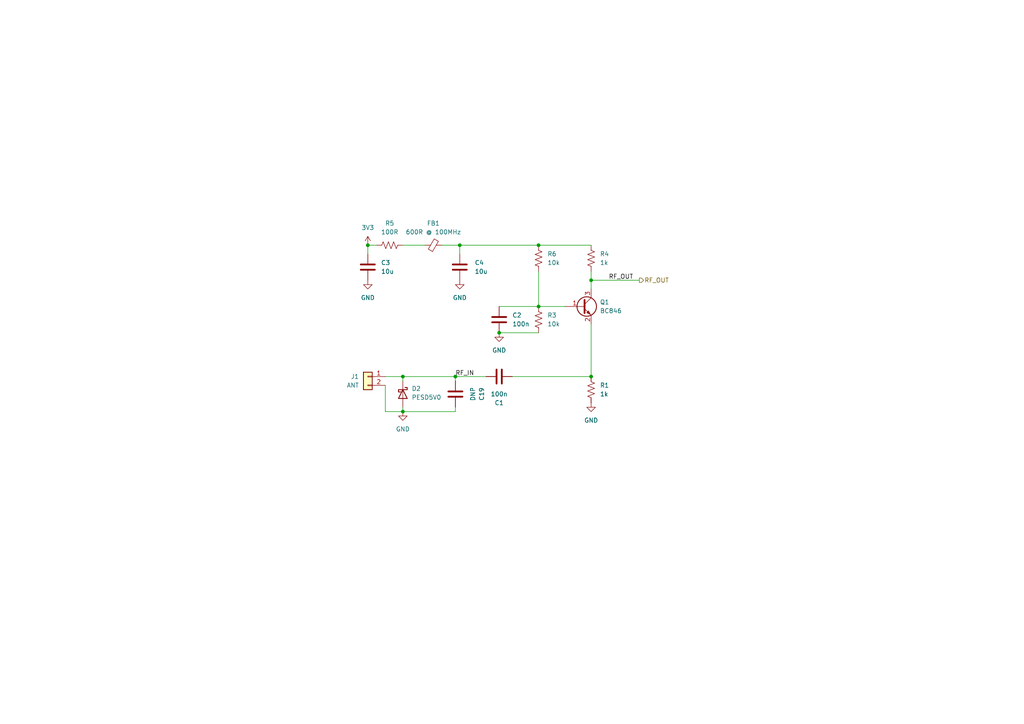
<source format=kicad_sch>
(kicad_sch (version 20231120) (generator "eeschema") (generator_version "8.0")
  (paper "A4")
  (lib_symbols
    (symbol "Connector_Generic:Conn_01x02" (pin_names (offset 1.016) hide)
      (property "Reference" "J" (at 0 2.54 0))
      (property "Value" "Conn_01x02" (at 0 -5.08 0))
      (symbol "Conn_01x02_1_1"
        (rectangle (start -1.27 -2.413) (end 0 -2.667) (stroke (width 0.1524)))
        (rectangle (start -1.27 0.127) (end 0 -0.127) (stroke (width 0.1524)))
        (rectangle (start -1.27 1.27) (end 1.27 -3.81) (stroke (width 0.254)) (fill (type background)))
        (pin passive line (at -5.08 0 0) (length 3.81) (name "Pin_1") (number "1"))
        (pin passive line (at -5.08 -2.54 0) (length 3.81) (name "Pin_2") (number "2"))
      )
    )
    (symbol "Device:C" (pin_numbers hide) (pin_names (offset 0.254))
      (property "Reference" "C" (at 0.635 2.54 0))
      (property "Value" "C" (at 0.635 -2.54 0))
      (symbol "C_0_1"
        (polyline (pts (xy -2.032 -0.762) (xy 2.032 -0.762)) (stroke (width 0.508)))
        (polyline (pts (xy -2.032 0.762) (xy 2.032 0.762)) (stroke (width 0.508)))
      )
      (symbol "C_1_1"
        (pin passive line (at 0 3.81 270) (length 2.794) (name "~") (number "1"))
        (pin passive line (at 0 -3.81 90) (length 2.794) (name "~") (number "2"))
      )
    )
    (symbol "Device:FerriteBead_Small" (pin_numbers hide) (pin_names (offset 0))
      (property "Reference" "FB" (at 1.905 1.27 0))
      (property "Value" "FerriteBead_Small" (at 1.905 -1.27 0))
      (symbol "FerriteBead_Small_0_1"
        (polyline (pts (xy 0 -1.27) (xy 0 -0.7874)))
        (polyline (pts (xy 0 0.889) (xy 0 1.2954)))
        (polyline (pts (xy -1.8288 0.2794) (xy -1.1176 1.4986) (xy 1.8288 -0.2032) (xy 1.1176 -1.4224) (xy -1.8288 0.2794)))
      )
      (symbol "FerriteBead_Small_1_1"
        (pin passive line (at 0 2.54 270) (length 1.27) (name "~") (number "1"))
        (pin passive line (at 0 -2.54 90) (length 1.27) (name "~") (number "2"))
      )
    )
    (symbol "Device:R_US" (pin_numbers hide) (pin_names (offset 0))
      (property "Reference" "R" (at 2.54 0 90))
      (property "Value" "R_US" (at -2.54 0 90))
      (symbol "R_US_0_1"
        (polyline (pts (xy 0 -2.286) (xy 0 -2.54)))
        (polyline (pts (xy 0 2.286) (xy 0 2.54)))
        (polyline (pts (xy 0 -0.762) (xy 1.016 -1.143) (xy 0 -1.524) (xy -1.016 -1.905) (xy 0 -2.286)))
        (polyline (pts (xy 0 0.762) (xy 1.016 0.381) (xy 0 0) (xy -1.016 -0.381) (xy 0 -0.762)))
        (polyline (pts (xy 0 2.286) (xy 1.016 1.905) (xy 0 1.524) (xy -1.016 1.143) (xy 0 0.762)))
      )
      (symbol "R_US_1_1"
        (pin passive line (at 0 3.81 270) (length 1.27) (name "~") (number "1"))
        (pin passive line (at 0 -3.81 90) (length 1.27) (name "~") (number "2"))
      )
    )
    (symbol "Diode:BAT54J" (pin_numbers hide) (pin_names (offset 1.016) hide)
      (property "Reference" "D" (at 0 2.54 0))
      (property "Value" "BAT54J" (at 0 -2.54 0))
      (symbol "BAT54J_0_1"
        (polyline (pts (xy 1.27 0) (xy -1.27 0)))
        (polyline (pts (xy 1.27 1.27) (xy 1.27 -1.27) (xy -1.27 0) (xy 1.27 1.27)) (stroke (width 0.254)))
        (polyline (pts (xy -1.905 0.635) (xy -1.905 1.27) (xy -1.27 1.27) (xy -1.27 -1.27) (xy -0.635 -1.27) (xy -0.635 -0.635)) (stroke (width 0.254)))
      )
      (symbol "BAT54J_1_1"
        (pin passive line (at -3.81 0 0) (length 2.54) (name "K") (number "1"))
        (pin passive line (at 3.81 0 180) (length 2.54) (name "A") (number "2"))
      )
    )
    (symbol "Transistor_BJT:BC846" (pin_names (offset 0) hide)
      (property "Reference" "Q" (at 5.08 1.905 0))
      (property "Value" "BC846" (at 5.08 0 0))
      (symbol "BC846_0_1"
        (polyline (pts (xy 0.635 0.635) (xy 2.54 2.54)))
        (polyline (pts (xy 0.635 -0.635) (xy 2.54 -2.54) (xy 2.54 -2.54)))
        (polyline (pts (xy 0.635 1.905) (xy 0.635 -1.905) (xy 0.635 -1.905)) (stroke (width 0.508)))
        (polyline (pts (xy 1.27 -1.778) (xy 1.778 -1.27) (xy 2.286 -2.286) (xy 1.27 -1.778) (xy 1.27 -1.778)) (fill (type outline)))
        (circle (center 1.27 0) (radius 2.8194) (stroke (width 0.254)))
      )
      (symbol "BC846_1_1"
        (pin input line (at -5.08 0 0) (length 5.715) (name "B") (number "1"))
        (pin passive line (at 2.54 -5.08 90) (length 2.54) (name "E") (number "2"))
        (pin passive line (at 2.54 5.08 270) (length 2.54) (name "C") (number "3"))
      )
    )
    (symbol "power:GND" (power) (pin_numbers hide) (pin_names (offset 0) hide)
      (property "Value" "GND" (at 0 -3.81 0))
      (symbol "GND_0_1"
        (polyline (pts (xy 0 0) (xy 0 -1.27) (xy 1.27 -1.27) (xy 0 -2.54) (xy -1.27 -1.27) (xy 0 -1.27)))
      )
      (symbol "GND_1_1"
        (pin power_in line (at 0 0 270) (length 0) (name "~") (number "1"))
      )
    )
    (symbol "power:VCC" (power) (pin_numbers hide) (pin_names (offset 0) hide)
      (property "Value" "VCC" (at 0 3.556 0))
      (symbol "VCC_0_1"
        (polyline (pts (xy -0.762 1.27) (xy 0 2.54)))
        (polyline (pts (xy 0 0) (xy 0 2.54)))
        (polyline (pts (xy 0 2.54) (xy 0.762 1.27)))
      )
      (symbol "VCC_1_1"
        (pin power_in line (at 0 0 90) (length 0) (name "~") (number "1"))
      )
    )
  )
  (junction (at 116.84 109.22))
  (junction (at 171.45 81.28))
  (junction (at 106.68 71.12))
  (junction (at 116.84 119.38))
  (junction (at 171.45 109.22))
  (junction (at 156.21 88.9))
  (junction (at 144.78 96.52))
  (junction (at 156.21 71.12))
  (junction (at 132.08 109.22))
  (junction (at 133.35 71.12))
  (wire (pts (xy 144.78 96.52) (xy 156.21 96.52)))
  (wire (pts (xy 156.21 78.74) (xy 156.21 88.9)))
  (wire (pts (xy 116.84 109.22) (xy 116.84 110.49)))
  (wire (pts (xy 111.76 109.22) (xy 116.84 109.22)))
  (wire (pts (xy 116.84 119.38) (xy 132.08 119.38)))
  (wire (pts (xy 132.08 109.22) (xy 132.08 110.49)))
  (wire (pts (xy 156.21 88.9) (xy 163.83 88.9)))
  (wire (pts (xy 144.78 88.9) (xy 156.21 88.9)))
  (wire (pts (xy 133.35 71.12) (xy 156.21 71.12)))
  (wire (pts (xy 171.45 93.98) (xy 171.45 109.22)))
  (wire (pts (xy 132.08 109.22) (xy 140.97 109.22)))
  (wire (pts (xy 171.45 81.28) (xy 171.45 83.82)))
  (wire (pts (xy 106.68 71.12) (xy 109.22 71.12)))
  (wire (pts (xy 133.35 71.12) (xy 133.35 73.66)))
  (wire (pts (xy 116.84 109.22) (xy 132.08 109.22)))
  (wire (pts (xy 132.08 118.11) (xy 132.08 119.38)))
  (wire (pts (xy 111.76 111.76) (xy 111.76 119.38)))
  (wire (pts (xy 148.59 109.22) (xy 171.45 109.22)))
  (wire (pts (xy 128.27 71.12) (xy 133.35 71.12)))
  (wire (pts (xy 116.84 71.12) (xy 123.19 71.12)))
  (wire (pts (xy 111.76 119.38) (xy 116.84 119.38)))
  (wire (pts (xy 171.45 78.74) (xy 171.45 81.28)))
  (wire (pts (xy 116.84 118.11) (xy 116.84 119.38)))
  (wire (pts (xy 106.68 71.12) (xy 106.68 73.66)))
  (wire (pts (xy 156.21 71.12) (xy 171.45 71.12)))
  (wire (pts (xy 171.45 81.28) (xy 185.42 81.28)))
  (label "RF_OUT" (at 176.53 81.28 0))
  (label "RF_IN" (at 132.08 109.22 0))
  (hierarchical_label "RF_OUT" (shape output) (at 185.42 81.28 0))
  (symbol (lib_id "power:GND") (at 133.35 81.28 0) (unit 1)
    (property "Reference" "#PWR06" (effects (hide yes)))
    (property "Value" "GND" (at 133.35 86.36 0))
    (property "Description" "Power symbol creates a global label with name \"GND\" , ground" (effects (hide yes)))
  )
  (symbol (lib_id "power:GND") (at 171.45 116.84 0) (unit 1)
    (property "Reference" "#PWR01" (effects (hide yes)))
    (property "Value" "GND" (at 171.45 121.92 0))
    (property "Description" "Power symbol creates a global label with name \"GND\" , ground" (effects (hide yes)))
  )
  (symbol (lib_id "Device:R_US") (at 171.45 74.93 0) (unit 1)
    (property "Reference" "R4" (at 173.99 73.6599 0) (effects (justify left)))
    (property "Value" "1k" (at 173.99 76.1999 0) (effects (justify left)))
    (property "Footprint" "Resistor_SMD:R_0603_1608Metric_Pad0.98x0.95mm_HandSolder" (effects (hide yes)))
    (property "Description" "Resistor, US symbol" (effects (hide yes)))
  )
  (symbol (lib_id "Device:C") (at 144.78 92.71 0) (unit 1)
    (property "Reference" "C2" (at 148.59 91.4399 0) (effects (justify left)))
    (property "Value" "100n" (at 148.59 93.9799 0) (effects (justify left)))
    (property "Footprint" "Capacitor_SMD:C_0603_1608Metric_Pad1.08x0.95mm_HandSolder" (effects (hide yes)))
    (property "Description" "Unpolarized capacitor" (effects (hide yes)))
  )
  (symbol (lib_id "Connector_Generic:Conn_01x02") (at 106.68 109.22 0) (mirror y) (unit 1)
    (property "Reference" "J1" (at 104.14 109.2199 0) (effects (justify left)))
    (property "Value" "ANT" (at 104.14 111.7599 0) (effects (justify left)))
    (property "Footprint" "Connector_PinSocket_2.54mm:PinSocket_1x02_P2.54mm_Vertical" (effects (hide yes)))
    (property "Description" "Generic connector, single row, 01x02, script generated (kicad-library-utils/schlib/autogen/connector/)" (effects (hide yes)))
  )
  (symbol (lib_id "power:GND") (at 106.68 81.28 0) (unit 1)
    (property "Reference" "#PWR04" (effects (hide yes)))
    (property "Value" "GND" (at 106.68 86.36 0))
    (property "Description" "Power symbol creates a global label with name \"GND\" , ground" (effects (hide yes)))
  )
  (symbol (lib_id "Device:C") (at 144.78 109.22 90) (mirror x) (unit 1)
    (property "Reference" "C1" (at 144.78 116.84 90))
    (property "Value" "100n" (at 144.78 114.3 90))
    (property "Footprint" "Capacitor_SMD:C_0603_1608Metric_Pad1.08x0.95mm_HandSolder" (effects (hide yes)))
    (property "Description" "Unpolarized capacitor" (effects (hide yes)))
  )
  (symbol (lib_id "Device:FerriteBead_Small") (at 125.73 71.12 90) (unit 1)
    (property "Reference" "FB1" (at 125.6919 64.77 90))
    (property "Value" "600R @ 100MHz" (at 125.6919 67.31 90))
    (property "Footprint" "Inductor_SMD:L_0805_2012Metric_Pad1.05x1.20mm_HandSolder" (effects (hide yes)))
    (property "Description" "Ferrite bead, small symbol" (effects (hide yes)))
  )
  (symbol (lib_id "Transistor_BJT:BC846") (at 168.91 88.9 0) (unit 1)
    (property "Reference" "Q1" (at 173.99 87.6299 0) (effects (justify left)))
    (property "Value" "BC846" (at 173.99 90.1699 0) (effects (justify left)))
    (property "Footprint" "Package_TO_SOT_SMD:SOT-23" (effects (hide yes)))
    (property "Datasheet" "https://assets.nexperia.com/documents/data-sheet/BC846_SER.pdf" (effects (hide yes)))
    (property "Description" "0.1A Ic, 65V Vce, NPN Transistor, SOT-23" (effects (hide yes)))
  )
  (symbol (lib_id "power:GND") (at 144.78 96.52 0) (unit 1)
    (property "Reference" "#PWR05" (effects (hide yes)))
    (property "Value" "GND" (at 144.78 101.6 0))
    (property "Description" "Power symbol creates a global label with name \"GND\" , ground" (effects (hide yes)))
  )
  (symbol (lib_id "Diode:BAT54J") (at 116.84 114.3 270) (unit 1)
    (property "Reference" "D2" (at 119.38 112.7124 90) (effects (justify left)))
    (property "Value" "PESD5V0" (at 119.38 115.2524 90) (effects (justify left)))
    (property "Footprint" "Diode_SMD:D_SOD-323F" (effects (hide yes)))
    (property "Datasheet" "https://assets.nexperia.com/documents/data-sheet/BAT54J.pdf" (effects (hide yes)))
    (property "Description" "30V 200mA Schottky diode, SOD-323F" (effects (hide yes)))
  )
  (symbol (lib_id "Device:R_US") (at 156.21 74.93 0) (unit 1)
    (property "Reference" "R6" (at 158.75 73.6599 0) (effects (justify left)))
    (property "Value" "10k" (at 158.75 76.1999 0) (effects (justify left)))
    (property "Footprint" "Resistor_SMD:R_0603_1608Metric_Pad0.98x0.95mm_HandSolder" (effects (hide yes)))
    (property "Description" "Resistor, US symbol" (effects (hide yes)))
  )
  (symbol (lib_id "power:GND") (at 116.84 119.38 0) (unit 1)
    (property "Reference" "#PWR02" (effects (hide yes)))
    (property "Value" "GND" (at 116.84 124.46 0))
    (property "Description" "Power symbol creates a global label with name \"GND\" , ground" (effects (hide yes)))
  )
  (symbol (lib_id "Device:R_US") (at 156.21 92.71 0) (unit 1)
    (property "Reference" "R3" (at 158.75 91.4399 0) (effects (justify left)))
    (property "Value" "10k" (at 158.75 93.9799 0) (effects (justify left)))
    (property "Footprint" "Resistor_SMD:R_0603_1608Metric_Pad0.98x0.95mm_HandSolder" (effects (hide yes)))
    (property "Description" "Resistor, US symbol" (effects (hide yes)))
  )
  (symbol (lib_id "Device:C") (at 132.08 114.3 0) (mirror x) (unit 1)
    (property "Reference" "C19" (at 139.7 114.3 90))
    (property "Value" "DNP" (at 137.16 114.3 90))
    (property "Footprint" "Capacitor_SMD:C_0603_1608Metric_Pad1.08x0.95mm_HandSolder" (effects (hide yes)))
    (property "Description" "Unpolarized capacitor" (effects (hide yes)))
  )
  (symbol (lib_id "Device:R_US") (at 113.03 71.12 90) (unit 1)
    (property "Reference" "R5" (at 113.03 64.77 90))
    (property "Value" "100R" (at 113.03 67.31 90))
    (property "Footprint" "Resistor_SMD:R_0603_1608Metric_Pad0.98x0.95mm_HandSolder" (effects (hide yes)))
    (property "Description" "Resistor, US symbol" (effects (hide yes)))
  )
  (symbol (lib_id "Device:C") (at 106.68 77.47 0) (unit 1)
    (property "Reference" "C3" (at 110.49 76.1999 0) (effects (justify left)))
    (property "Value" "10u" (at 110.49 78.7399 0) (effects (justify left)))
    (property "Footprint" "Capacitor_SMD:C_0805_2012Metric_Pad1.18x1.45mm_HandSolder" (effects (hide yes)))
    (property "Description" "Unpolarized capacitor" (effects (hide yes)))
  )
  (symbol (lib_id "power:VCC") (at 106.68 71.12 0) (unit 1)
    (property "Reference" "#PWR03" (effects (hide yes)))
    (property "Value" "3V3" (at 106.68 66.04 0))
    (property "Description" "Power symbol creates a global label with name \"VCC\"" (effects (hide yes)))
  )
  (symbol (lib_id "Device:R_US") (at 171.45 113.03 0) (unit 1)
    (property "Reference" "R1" (at 173.99 111.7599 0) (effects (justify left)))
    (property "Value" "1k" (at 173.99 114.2999 0) (effects (justify left)))
    (property "Footprint" "Resistor_SMD:R_0603_1608Metric_Pad0.98x0.95mm_HandSolder" (effects (hide yes)))
    (property "Description" "Resistor, US symbol" (effects (hide yes)))
  )
  (symbol (lib_id "Device:C") (at 133.35 77.47 0) (unit 1)
    (property "Reference" "C4" (at 137.668 76.2 0) (effects (justify left)))
    (property "Value" "10u" (at 137.668 78.74 0) (effects (justify left)))
    (property "Footprint" "Capacitor_SMD:C_0805_2012Metric_Pad1.18x1.45mm_HandSolder" (effects (hide yes)))
    (property "Description" "Unpolarized capacitor" (effects (hide yes)))
  )
)
</source>
